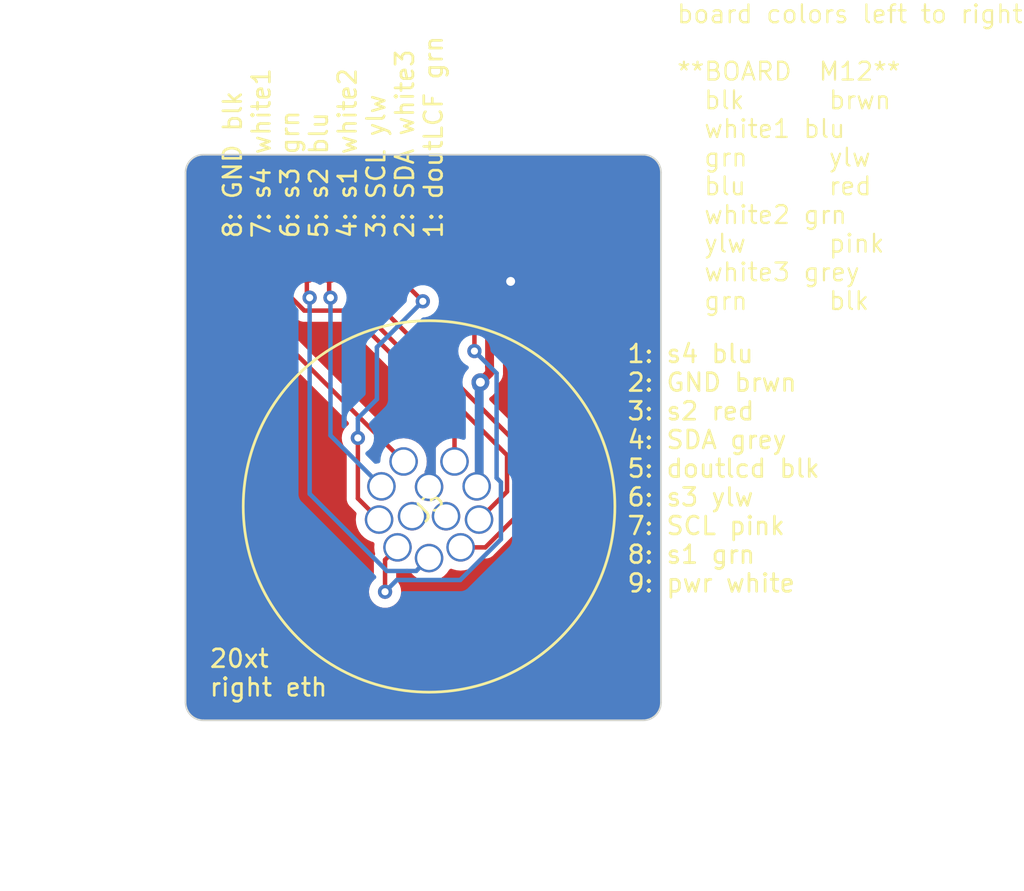
<source format=kicad_pcb>
(kicad_pcb (version 20221018) (generator pcbnew)
  (layers (0 "F.Cu" signal) (31 "B.Cu" signal) (34 "B.Paste" user) (35 "F.Paste" user) (36 "B.SilkS" user "B.Silkscreen") (37 "F.SilkS" user "F.Silkscreen") (38 "B.Mask" user) (39 "F.Mask" user) (44 "Edge.Cuts" user))
  (net 0 "")
  (net 1 "Net-(Input1-Pad5)")
  (net 2 "/Bl")
  (net 3 "Net-(Input1-Pad2)")
  (net 4 "Net-(Input1-Pad3)")
  (net 5 "Net-(Input1-Pad4)")
  (net 6 "Net-(Input1-Pad6)")
  (net 7 "Net-(Input1-Pad7)")
  (net 8 "/Red")
  (net 9 "Net-(J2-Pad2)")
  (net 10 "GND")
  (footprint "peripheralio:SMD_picoblade_hori_1x08" (layer "F.Cu") (at 124.226968 86.230859)
    (fp_text reference "Input1" hide)
    (fp_text value "0530470810" hide)
    (pad "" smd roundrect (at 0.85 -3.05) (size 1.7 2.4) (layers "F.Cu" "F.Paste" "F.Mask"))
    (pad "" smd roundrect (at 14.2 -3.05) (size 1.7 2.4) (layers "F.Cu" "F.Paste" "F.Mask"))
    (pad "1" smd roundrect (at 11.85 -0.8) (size 0.6 1.6) (layers "F.Cu" "F.Paste" "F.Mask") (net 2 "/Bl"))
    (pad "2" smd roundrect (at 10.6 -0.8) (size 0.6 1.6) (layers "F.Cu" "F.Paste" "F.Mask") (net 3 "Net-(Input1-Pad2)"))
    (pad "3" smd roundrect (at 9.35 -0.8) (size 0.6 1.6) (layers "F.Cu" "F.Paste" "F.Mask") (net 4 "Net-(Input1-Pad3)"))
    (pad "4" smd roundrect (at 8.1 -0.8) (size 0.6 1.6) (layers "F.Cu" "F.Paste" "F.Mask") (net 5 "Net-(Input1-Pad4)"))
    (pad "5" smd roundrect (at 6.85 -0.8) (size 0.6 1.6) (layers "F.Cu" "F.Paste" "F.Mask") (net 1 "Net-(Input1-Pad5)"))
    (pad "6" smd roundrect (at 5.6 -0.8) (size 0.6 1.6) (layers "F.Cu" "F.Paste" "F.Mask") (net 6 "Net-(Input1-Pad6)"))
    (pad "7" smd roundrect (at 4.35 -0.8) (size 0.6 1.6) (layers "F.Cu" "F.Paste" "F.Mask") (net 7 "Net-(Input1-Pad7)"))
    (pad "8" smd roundrect (at 3.1 -0.8) (size 0.6 1.6) (layers "F.Cu" "F.Paste" "F.Mask") (net 8 "/Red"))
  )
  (footprint "peripheralio:CONN_M12A-12PMMP-SF8001_AMP" (layer "F.Cu") (at 138.111068 96.265959 45)
    (fp_text reference "J3" (at -2.794528 0.774992 45 unlocked) (layer "F.SilkS"))
    (fp_text value "M12A-12PMMP-SF8001" hide)
    (fp_circle (center -2.794528 0.774992) (end 7.632172 0.774992) (stroke (width 0.1524)) (fill none) (layer "F.SilkS"))
    (pad "1" thru_hole circle (at 0 0 45) (size 1.6 1.6) (drill 1.33) (layers "*.Cu" "*.Mask") (net 7 "Net-(Input1-Pad7)"))
    (pad "2" thru_hole circle (at -2.019574 -2.019516 45) (size 1.6 1.6) (drill 1.33) (layers "*.Cu" "*.Mask") (net 8 "/Red"))
    (pad "3" thru_hole circle (at -3.886728 -1.911566 135) (size 1.6 1.6) (drill 1.33) (layers "*.Cu" "*.Mask") (net 1 "Net-(Input1-Pad5)"))
    (pad "4" thru_hole circle (at -5.29973 -0.686016 45) (size 1.6 1.6) (drill 1.33) (layers "*.Cu" "*.Mask") (net 3 "Net-(Input1-Pad2)"))
    (pad "5" thru_hole circle (at -5.67057 1.147356 45) (size 1.6 1.6) (drill 1.33) (layers "*.Cu" "*.Mask") (net 2 "/Bl"))
    (pad "6" thru_hole circle (at -4.84507 2.825534 45) (size 1.6 1.6) (drill 1.33) (layers "*.Cu" "*.Mask") (net 6 "Net-(Input1-Pad6)"))
    (pad "7" thru_hole circle (at -3.166892 3.651034 45) (size 1.6 1.6) (drill 1.33) (layers "*.Cu" "*.Mask") (net 4 "Net-(Input1-Pad3)"))
    (pad "8" thru_hole circle (at -1.33352 3.280194 45) (size 1.6 1.6) (drill 1.33) (layers "*.Cu" "*.Mask") (net 5 "Net-(Input1-Pad4)"))
    (pad "9" thru_hole circle (at -0.10797 1.867192 45) (size 1.6 1.6) (drill 1.33) (layers "*.Cu" "*.Mask") (net 9 "Net-(J2-Pad2)"))
    (pad "10" thru_hole circle (at -2.016712 -0.002824 45) (size 1.6 1.6) (drill 1.33) (layers "*.Cu" "*.Mask") (net 10 "GND"))
    (pad "11" thru_hole circle (at -3.857046 0.490291 255) (size 1.6 1.6) (drill 1.33) (layers "*.Cu" "*.Mask"))
    (pad "12" thru_hole circle (at -2.509827 1.83751 285) (size 1.6 1.6) (drill 1.33) (layers "*.Cu" "*.Mask"))
  )
  (footprint "wireless_strain_gauge_v2:SMD_picoblade_hori_1x02" (layer "F.Cu") (at 140.526168 79.472059 -90)
    (fp_text reference "J2" hide)
    (fp_text value "53047-0210" hide)
    (pad "" smd roundrect (at 0.85 -3.05 270) (size 1.7 2.4) (layers "F.Cu" "F.Paste" "F.Mask"))
    (pad "" smd roundrect (at 6.6 -3.05 270) (size 1.7 2.4) (layers "F.Cu" "F.Paste" "F.Mask"))
    (pad "1" smd roundrect (at 4.35 -0.8 270) (size 0.6 1.6) (layers "F.Cu" "F.Paste" "F.Mask") (net 10 "GND"))
    (pad "2" smd roundrect (at 3.1 -0.8 270) (size 0.6 1.6) (layers "F.Cu" "F.Paste" "F.Mask") (net 9 "Net-(J2-Pad2)"))
  )
  (gr_arc (start 124.023468 110.794759) (mid 123.316361 110.501866) (end 123.023468 109.794759) (stroke (width 0.1)) (layer "Edge.Cuts"))
  (gr_arc (start 123.023468 80.044759) (mid 123.316361 79.337652) (end 124.023468 79.044759) (stroke (width 0.1)) (layer "Edge.Cuts"))
  (gr_arc (start 148.693468 79.044759) (mid 149.400575 79.337652) (end 149.693468 80.044759) (stroke (width 0.1)) (layer "Edge.Cuts"))
  (gr_line (start 148.693468 110.794759) (end 124.023468 110.794759) (stroke (width 0.1)) (layer "Edge.Cuts"))
  (gr_line (start 123.023468 109.794759) (end 123.023468 80.044759) (stroke (width 0.1)) (layer "Edge.Cuts"))
  (gr_line (start 124.023468 79.044759) (end 148.693468 79.044759) (stroke (width 0.1)) (layer "Edge.Cuts"))
  (gr_arc (start 149.693468 109.794759) (mid 149.400575 110.501866) (end 148.693468 110.794759) (stroke (width 0.1)) (layer "Edge.Cuts"))
  (gr_line (start 149.693468 80.044759) (end 149.693468 109.794759) (stroke (width 0.1)) (layer "Edge.Cuts"))
  (gr_text "board colors left to right\n\n**BOARD  M12**\n  blk	 brwn\n  white1 blu\n  grn	 ylw\n  blu	 red\n  white2 grn\n  ylw	 pink\n  white3 grey	\n  grn	 blk" (at 150.5204 87.8332) (layer "F.SilkS") (effects (font (size 1 1) (thickness 0.125)) (justify left bottom)))
  (gr_text "1: s4 blu\n2: GND brwn\n3: s2 red\n4: SDA grey\n5: doutlcd blk\n6: s3 ylw\n7: SCL pink\n8: s1 grn\n9: pwr white" (at 147.7264 103.6828) (layer "F.SilkS") (effects (font (size 1 1)) (justify left bottom)))
  (gr_text "20xt\nright eth" (at 124.293468 109.524759) (layer "F.SilkS") (effects (font (size 1 1)) (justify left bottom)))
  (gr_text "8: GND blk\n7: s4 white1\n6: s3 grn\n5: s2 blu\n4: s1 white2\n3: SCL ylw\n2: SDA white3\n1: doutLCF grn" (at 137.5156 83.82 90) (layer "F.SilkS") (effects (font (size 1 1)) (justify left bottom)))
  (segment (start 131.076968 85.430859) (end 131.076968 86.996659) (width 0.25) (layer "F.Cu") (net 1))
  (segment (start 131.076968 86.996659) (end 131.151468 87.071159) (width 0.25) (layer "F.Cu") (net 1))
  (via (at 131.151468 87.071159) (size 0.8) (drill 0.4) (layers "F.Cu" "B.Cu") (net 1))
  (segment (start 131.151468 87.071159) (end 131.151468 94.803022) (width 0.25) (layer "B.Cu") (net 1))
  (segment (start 131.151468 94.803022) (end 134.011055 97.662609) (width 0.25) (layer "B.Cu") (net 1))
  (segment (start 139.228668 88.582559) (end 139.228668 90.068359) (width 0.25) (layer "F.Cu") (net 2))
  (segment (start 134.2136 103.5812) (end 134.2136 101.786034) (width 0.25) (layer "F.Cu") (net 2))
  (segment (start 134.2136 101.786034) (end 134.912673 101.086961) (width 0.25) (layer "F.Cu") (net 2))
  (segment (start 136.076968 85.430859) (end 139.228668 88.582559) (width 0.25) (layer "F.Cu") (net 2))
  (via (at 139.228668 90.068359) (size 0.8) (drill 0.4) (layers "F.Cu" "B.Cu") (net 2))
  (via (at 134.2136 103.5812) (size 0.8) (drill 0.4) (layers "F.Cu" "B.Cu") (net 2))
  (segment (start 140.472974 97.189566) (end 140.472974 91.312665) (width 0.25) (layer "B.Cu") (net 2))
  (segment (start 134.2136 103.5812) (end 134.874041 102.920759) (width 0.25) (layer "B.Cu") (net 2))
  (segment (start 140.472974 91.312665) (end 139.228668 90.068359) (width 0.25) (layer "B.Cu") (net 2))
  (segment (start 134.874041 102.920759) (end 138.430041 102.920759) (width 0.25) (layer "B.Cu") (net 2))
  (segment (start 140.716 97.432592) (end 140.472974 97.189566) (width 0.25) (layer "B.Cu") (net 2))
  (segment (start 138.430041 102.920759) (end 140.716 100.6348) (width 0.25) (layer "B.Cu") (net 2))
  (segment (start 140.716 100.6348) (end 140.716 97.432592) (width 0.25) (layer "B.Cu") (net 2))
  (segment (start 132.6896 98.339441) (end 133.878506 99.528347) (width 0.25) (layer "F.Cu") (net 3))
  (segment (start 134.826968 85.430859) (end 134.826968 85.768259) (width 0.25) (layer "F.Cu") (net 3))
  (segment (start 132.6896 94.9452) (end 132.6896 98.339441) (width 0.25) (layer "F.Cu") (net 3))
  (segment (start 134.826968 85.768259) (end 136.333068 87.274359) (width 0.25) (layer "F.Cu") (net 3))
  (via (at 136.333068 87.274359) (size 0.8) (drill 0.4) (layers "F.Cu" "B.Cu") (net 3))
  (via (at 132.6896 94.9452) (size 0.8) (drill 0.4) (layers "F.Cu" "B.Cu") (net 3))
  (segment (start 133.7564 92.7712) (end 132.6896 93.838) (width 0.25) (layer "B.Cu") (net 3))
  (segment (start 136.333068 87.274359) (end 133.7564 89.851027) (width 0.25) (layer "B.Cu") (net 3))
  (segment (start 133.7564 89.851027) (end 133.7564 92.7712) (width 0.25) (layer "B.Cu") (net 3))
  (segment (start 132.6896 93.838) (end 132.6896 94.9452) (width 0.25) (layer "B.Cu") (net 3))
  (segment (start 139.843266 101.086961) (end 138.453408 101.086961) (width 0.25) (layer "F.Cu") (net 4))
  (segment (start 141.507468 99.422759) (end 139.843266 101.086961) (width 0.25) (layer "F.Cu") (net 4))
  (segment (start 141.507468 95.152468) (end 141.507468 99.422759) (width 0.25) (layer "F.Cu") (net 4))
  (segment (start 133.576968 87.221968) (end 141.507468 95.152468) (width 0.25) (layer "F.Cu") (net 4))
  (segment (start 133.576968 85.430859) (end 133.576968 87.221968) (width 0.25) (layer "F.Cu") (net 4))
  (segment (start 141.057468 97.958453) (end 139.487574 99.528347) (width 0.25) (layer "F.Cu") (net 5))
  (segment (start 132.326968 85.430859) (end 132.326968 87.179859) (width 0.25) (layer "F.Cu") (net 5))
  (segment (start 132.326968 87.179859) (end 141.057468 95.910359) (width 0.25) (layer "F.Cu") (net 5))
  (segment (start 141.057468 95.910359) (end 141.057468 97.958453) (width 0.25) (layer "F.Cu") (net 5))
  (segment (start 129.826968 85.430859) (end 129.826968 86.915059) (width 0.25) (layer "F.Cu") (net 6))
  (segment (start 129.826968 86.915059) (end 129.983068 87.071159) (width 0.25) (layer "F.Cu") (net 6))
  (via (at 129.983068 87.071159) (size 0.8) (drill 0.4) (layers "F.Cu" "B.Cu") (net 6))
  (segment (start 129.983068 87.071159) (end 129.983068 98.080668) (width 0.25) (layer "B.Cu") (net 6))
  (segment (start 135.960135 102.4128) (end 136.68304 101.689895) (width 0.25) (layer "B.Cu") (net 6))
  (segment (start 134.3152 102.4128) (end 135.960135 102.4128) (width 0.25) (layer "B.Cu") (net 6))
  (segment (start 129.983068 98.080668) (end 134.3152 102.4128) (width 0.25) (layer "B.Cu") (net 6))
  (segment (start 128.576968 85.430859) (end 128.576968 86.690364) (width 0.25) (layer "F.Cu") (net 7))
  (segment (start 129.682763 87.796159) (end 132.130468 87.796159) (width 0.25) (layer "F.Cu") (net 7))
  (segment (start 128.576968 86.690364) (end 129.682763 87.796159) (width 0.25) (layer "F.Cu") (net 7))
  (segment (start 138.111068 93.776759) (end 138.111068 96.265959) (width 0.25) (layer "F.Cu") (net 7))
  (segment (start 132.130468 87.796159) (end 138.111068 93.776759) (width 0.25) (layer "F.Cu") (net 7))
  (segment (start 127.326968 88.337968) (end 135.255 96.266) (width 0.25) (layer "F.Cu") (net 8))
  (segment (start 127.326968 85.430859) (end 127.326968 88.337968) (width 0.25) (layer "F.Cu") (net 8))
  (segment (start 140.076168 84.220587) (end 140.078668 84.223087) (width 0.5) (layer "F.Cu") (net 9))
  (segment (start 140.076168 82.935832) (end 140.076168 84.220587) (width 0.5) (layer "F.Cu") (net 9))
  (segment (start 140.081 90.932) (end 140.081 91.298827) (width 0.5) (layer "F.Cu") (net 9))
  (segment (start 141.326168 82.572059) (end 141.104417 82.572059) (width 0.25) (layer "F.Cu") (net 9))
  (segment (start 140.081 91.298827) (end 139.563167 91.81666) (width 0.5) (layer "F.Cu") (net 9))
  (segment (start 140.078668 84.223087) (end 140.078668 90.929668) (width 0.5) (layer "F.Cu") (net 9))
  (segment (start 140.439941 82.572059) (end 140.076168 82.935832) (width 0.5) (layer "F.Cu") (net 9))
  (segment (start 141.104417 82.572059) (end 140.439941 82.572059) (width 0.5) (layer "F.Cu") (net 9))
  (segment (start 140.078668 90.929668) (end 140.081 90.932) (width 0.5) (layer "F.Cu") (net 9))
  (via (at 139.563167 91.81666) (size 1) (drill 0.5) (layers "F.Cu" "B.Cu") (net 9))
  (segment (start 139.4968 92.166575) (end 139.4968 97.520835) (width 0.5) (layer "B.Cu") (net 9))
  (segment (start 139.4968 97.520835) (end 139.355026 97.662609) (width 0.5) (layer "B.Cu") (net 9))
  (segment (start 139.563167 91.81666) (end 139.355026 92.024801) (width 0.25) (layer "B.Cu") (net 9))
  (segment (start 139.355026 92.024801) (end 139.4968 92.166575) (width 0.5) (layer "B.Cu") (net 9))
  (segment (start 141.326168 83.822059) (end 141.326168 86.091259) (width 0.5) (layer "F.Cu") (net 10))
  (segment (start 141.326168 86.091259) (end 141.260668 86.156759) (width 0.25) (layer "F.Cu") (net 10))
  (via (at 141.260668 86.156759) (size 1) (drill 0.5) (layers "F.Cu" "B.Cu") (net 10))
  (segment (start 136.891868 97.481165) (end 136.68304 97.689993) (width 0.25) (layer "B.Cu") (net 10))
  (segment (start 141.260668 86.156759) (end 136.8154 90.602027) (width 0.5) (layer "B.Cu") (net 10))
  (segment (start 136.8154 97.404697) (end 136.891868 97.481165) (width 0.5) (layer "B.Cu") (net 10))
  (segment (start 136.8154 90.602027) (end 136.8154 97.404697) (width 0.5) (layer "B.Cu") (net 10))
  (segment (start 136.6904 97.682633) (end 136.68304 97.689993) (width 0.25) (layer "B.Cu") (net 10))
  (segment (start 136.891868 97.481165) (end 136.6904 97.682633) (width 0.5) (layer "B.Cu") (net 10))
  (zone (net 10) (net_name "GND") (layers "F&B.Cu") (connect_pads (clearance 0.5)) (min_thickness 0.25) (fill yes (thermal_gap 0.5) (thermal_bridge_width 0.5))
    (polygon (pts (xy 119.569068 78.282759) (xy 159.294668 77.673159) (xy 158.075468 110.083559) (xy 144.562668 120.395959) (xy 112.609468 109.981959)))
  )
)
</source>
